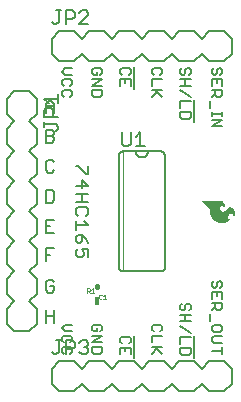
<source format=gbr>
G04 EAGLE Gerber RS-274X export*
G75*
%MOMM*%
%FSLAX34Y34*%
%LPD*%
%INSilkscreen Top*%
%IPPOS*%
%AMOC8*
5,1,8,0,0,1.08239X$1,22.5*%
G01*
%ADD10C,0.203200*%
%ADD11C,0.152400*%
%ADD12C,0.050800*%
%ADD13C,0.127000*%
%ADD14C,0.406400*%
%ADD15C,0.025400*%
%ADD16R,0.406400X0.711200*%

G36*
X183544Y142571D02*
X183544Y142571D01*
X183553Y142575D01*
X183565Y142573D01*
X184604Y142780D01*
X184612Y142785D01*
X184623Y142785D01*
X185620Y143143D01*
X185627Y143149D01*
X185638Y143150D01*
X186572Y143652D01*
X186579Y143661D01*
X186591Y143664D01*
X187728Y144571D01*
X187734Y144582D01*
X187747Y144589D01*
X188668Y145715D01*
X188680Y145758D01*
X188696Y145799D01*
X188694Y145804D01*
X188695Y145810D01*
X188674Y145848D01*
X188655Y145888D01*
X188649Y145891D01*
X188647Y145895D01*
X188618Y145903D01*
X188570Y145921D01*
X187690Y145921D01*
X187570Y145937D01*
X187467Y145981D01*
X187127Y146255D01*
X186879Y146616D01*
X186814Y146790D01*
X186756Y147329D01*
X186854Y147858D01*
X187103Y148346D01*
X187754Y149248D01*
X188108Y149660D01*
X188518Y150011D01*
X188976Y150294D01*
X189470Y150500D01*
X189770Y150559D01*
X190073Y150547D01*
X190592Y150390D01*
X191052Y150104D01*
X191422Y149709D01*
X191677Y149228D01*
X191816Y148738D01*
X191873Y148227D01*
X191873Y147624D01*
X191873Y147623D01*
X191882Y147602D01*
X191911Y147533D01*
X192003Y147498D01*
X192013Y147502D01*
X192088Y147536D01*
X192091Y147538D01*
X192092Y147539D01*
X192093Y147540D01*
X192113Y147561D01*
X192116Y147568D01*
X192124Y147572D01*
X192462Y148007D01*
X192466Y148022D01*
X192478Y148034D01*
X192699Y148538D01*
X192699Y148539D01*
X192851Y148895D01*
X192952Y149123D01*
X192953Y149134D01*
X192959Y149143D01*
X193179Y150021D01*
X193178Y150030D01*
X193182Y150040D01*
X193268Y150940D01*
X193264Y150950D01*
X193268Y150962D01*
X193202Y151830D01*
X193196Y151841D01*
X193197Y151854D01*
X192966Y152694D01*
X192958Y152704D01*
X192957Y152717D01*
X192569Y153497D01*
X192561Y153504D01*
X192558Y153515D01*
X191998Y154292D01*
X191991Y154296D01*
X191987Y154305D01*
X191329Y155001D01*
X191318Y155006D01*
X191310Y155017D01*
X190707Y155448D01*
X190692Y155451D01*
X190679Y155463D01*
X189987Y155730D01*
X189971Y155730D01*
X189956Y155738D01*
X189219Y155825D01*
X189204Y155820D01*
X189187Y155824D01*
X188452Y155725D01*
X188439Y155717D01*
X188422Y155717D01*
X187734Y155437D01*
X187725Y155428D01*
X187711Y155425D01*
X185953Y154238D01*
X185948Y154230D01*
X185937Y154226D01*
X184396Y152773D01*
X183961Y152403D01*
X183458Y152163D01*
X182910Y152061D01*
X182354Y152104D01*
X181829Y152290D01*
X181369Y152605D01*
X181004Y153030D01*
X180711Y153573D01*
X180513Y154159D01*
X180416Y154769D01*
X180451Y155480D01*
X180658Y156158D01*
X181023Y156764D01*
X181351Y157077D01*
X181755Y157283D01*
X182171Y157376D01*
X182599Y157376D01*
X183014Y157283D01*
X183152Y157211D01*
X183266Y157093D01*
X183865Y156269D01*
X183936Y156136D01*
X183964Y155998D01*
X183948Y155840D01*
X183962Y155797D01*
X183973Y155752D01*
X183977Y155750D01*
X183978Y155746D01*
X184019Y155726D01*
X184058Y155703D01*
X184062Y155704D01*
X184066Y155702D01*
X184109Y155717D01*
X184153Y155730D01*
X184155Y155733D01*
X184159Y155735D01*
X184178Y155772D01*
X184199Y155808D01*
X184275Y156291D01*
X184274Y156296D01*
X184276Y156301D01*
X184349Y157241D01*
X184346Y157250D01*
X184349Y157261D01*
X184276Y158201D01*
X184271Y158211D01*
X184272Y158223D01*
X184088Y158922D01*
X184080Y158932D01*
X184079Y158946D01*
X183758Y159594D01*
X183749Y159602D01*
X183745Y159616D01*
X183300Y160186D01*
X183289Y160192D01*
X183283Y160204D01*
X182733Y160674D01*
X182721Y160678D01*
X182712Y160689D01*
X181980Y161090D01*
X181967Y161091D01*
X181956Y161100D01*
X181157Y161340D01*
X181144Y161339D01*
X181131Y161345D01*
X180300Y161415D01*
X180294Y161413D01*
X180289Y161415D01*
X165125Y161415D01*
X165120Y161413D01*
X165116Y161415D01*
X165076Y161394D01*
X165034Y161377D01*
X165033Y161372D01*
X165028Y161370D01*
X165015Y161327D01*
X164999Y161285D01*
X165001Y161280D01*
X164999Y161276D01*
X165035Y161206D01*
X165040Y161196D01*
X165041Y161195D01*
X170523Y156323D01*
X171305Y155469D01*
X171894Y154479D01*
X172021Y154128D01*
X172086Y153760D01*
X172086Y151485D01*
X172088Y151480D01*
X172086Y151474D01*
X172210Y150110D01*
X172216Y150100D01*
X172214Y150088D01*
X172582Y148769D01*
X172590Y148761D01*
X172591Y148748D01*
X173191Y147518D01*
X173198Y147511D01*
X173201Y147500D01*
X174018Y146343D01*
X174026Y146338D01*
X174029Y146329D01*
X175001Y145298D01*
X175009Y145294D01*
X175014Y145286D01*
X176121Y144401D01*
X176131Y144399D01*
X176138Y144390D01*
X177819Y143443D01*
X177830Y143442D01*
X177840Y143434D01*
X179664Y142806D01*
X179675Y142807D01*
X179686Y142800D01*
X181593Y142512D01*
X181604Y142515D01*
X181616Y142511D01*
X183544Y142571D01*
G37*
D10*
X32766Y235966D02*
X32766Y243084D01*
X36325Y246643D01*
X39884Y243084D01*
X39884Y235966D01*
X39884Y241305D02*
X32766Y241305D01*
X32766Y221243D02*
X32766Y210566D01*
X32766Y221243D02*
X38105Y221243D01*
X39884Y219464D01*
X39884Y217684D01*
X38105Y215905D01*
X39884Y214125D01*
X39884Y212346D01*
X38105Y210566D01*
X32766Y210566D01*
X32766Y215905D02*
X38105Y215905D01*
X38105Y195843D02*
X39884Y194064D01*
X38105Y195843D02*
X34546Y195843D01*
X32766Y194064D01*
X32766Y186946D01*
X34546Y185166D01*
X38105Y185166D01*
X39884Y186946D01*
X32766Y170443D02*
X32766Y159766D01*
X38105Y159766D01*
X39884Y161546D01*
X39884Y168664D01*
X38105Y170443D01*
X32766Y170443D01*
X32766Y145043D02*
X39884Y145043D01*
X32766Y145043D02*
X32766Y134366D01*
X39884Y134366D01*
X36325Y139705D02*
X32766Y139705D01*
X32766Y120913D02*
X32766Y110236D01*
X32766Y120913D02*
X39884Y120913D01*
X36325Y115575D02*
X32766Y115575D01*
X38105Y94243D02*
X39884Y92464D01*
X38105Y94243D02*
X34546Y94243D01*
X32766Y92464D01*
X32766Y85346D01*
X34546Y83566D01*
X38105Y83566D01*
X39884Y85346D01*
X39884Y88905D01*
X36325Y88905D01*
X32766Y68843D02*
X32766Y58166D01*
X32766Y63505D02*
X39884Y63505D01*
X39884Y68843D02*
X39884Y58166D01*
D11*
X49363Y56388D02*
X55125Y56388D01*
X49363Y56388D02*
X46482Y53507D01*
X49363Y50626D01*
X55125Y50626D01*
X55125Y42711D02*
X53685Y41271D01*
X55125Y42711D02*
X55125Y45592D01*
X53685Y47033D01*
X47923Y47033D01*
X46482Y45592D01*
X46482Y42711D01*
X47923Y41271D01*
X55125Y33356D02*
X53685Y31915D01*
X55125Y33356D02*
X55125Y36237D01*
X53685Y37678D01*
X47923Y37678D01*
X46482Y36237D01*
X46482Y33356D01*
X47923Y31915D01*
X79085Y50626D02*
X80525Y52066D01*
X80525Y54947D01*
X79085Y56388D01*
X73323Y56388D01*
X71882Y54947D01*
X71882Y52066D01*
X73323Y50626D01*
X76204Y50626D01*
X76204Y53507D01*
X80525Y47033D02*
X71882Y47033D01*
X71882Y41271D02*
X80525Y47033D01*
X80525Y41271D02*
X71882Y41271D01*
X71882Y37678D02*
X80525Y37678D01*
X71882Y37678D02*
X71882Y33356D01*
X73323Y31915D01*
X79085Y31915D01*
X80525Y33356D01*
X80525Y37678D01*
X79085Y267796D02*
X80525Y269236D01*
X80525Y272117D01*
X79085Y273558D01*
X73323Y273558D01*
X71882Y272117D01*
X71882Y269236D01*
X73323Y267796D01*
X76204Y267796D01*
X76204Y270677D01*
X80525Y264203D02*
X71882Y264203D01*
X71882Y258441D02*
X80525Y264203D01*
X80525Y258441D02*
X71882Y258441D01*
X71882Y254848D02*
X80525Y254848D01*
X71882Y254848D02*
X71882Y250526D01*
X73323Y249085D01*
X79085Y249085D01*
X80525Y250526D01*
X80525Y254848D01*
X55125Y273558D02*
X49363Y273558D01*
X46482Y270677D01*
X49363Y267796D01*
X55125Y267796D01*
X55125Y259881D02*
X53685Y258441D01*
X55125Y259881D02*
X55125Y262762D01*
X53685Y264203D01*
X47923Y264203D01*
X46482Y262762D01*
X46482Y259881D01*
X47923Y258441D01*
X55125Y250526D02*
X53685Y249085D01*
X55125Y250526D02*
X55125Y253407D01*
X53685Y254848D01*
X47923Y254848D01*
X46482Y253407D01*
X46482Y250526D01*
X47923Y249085D01*
X107696Y255610D02*
X107696Y274320D01*
X104655Y269236D02*
X103215Y267796D01*
X104655Y269236D02*
X104655Y272117D01*
X103215Y273558D01*
X97453Y273558D01*
X96012Y272117D01*
X96012Y269236D01*
X97453Y267796D01*
X104655Y264203D02*
X104655Y258441D01*
X104655Y264203D02*
X96012Y264203D01*
X96012Y258441D01*
X100334Y261322D02*
X100334Y264203D01*
X129885Y267796D02*
X131325Y269236D01*
X131325Y272117D01*
X129885Y273558D01*
X124123Y273558D01*
X122682Y272117D01*
X122682Y269236D01*
X124123Y267796D01*
X122682Y264203D02*
X131325Y264203D01*
X122682Y264203D02*
X122682Y258441D01*
X122682Y254848D02*
X131325Y254848D01*
X125563Y254848D02*
X131325Y249085D01*
X127004Y253407D02*
X122682Y249085D01*
X158496Y246254D02*
X158496Y227544D01*
X154015Y267796D02*
X155455Y269236D01*
X155455Y272117D01*
X154015Y273558D01*
X152574Y273558D01*
X151134Y272117D01*
X151134Y269236D01*
X149693Y267796D01*
X148253Y267796D01*
X146812Y269236D01*
X146812Y272117D01*
X148253Y273558D01*
X146812Y264203D02*
X155455Y264203D01*
X151134Y264203D02*
X151134Y258441D01*
X155455Y258441D02*
X146812Y258441D01*
X146812Y254848D02*
X155455Y249085D01*
X155455Y245492D02*
X146812Y245492D01*
X146812Y239730D01*
X146812Y236137D02*
X155455Y236137D01*
X146812Y236137D02*
X146812Y231816D01*
X148253Y230375D01*
X154015Y230375D01*
X155455Y231816D01*
X155455Y236137D01*
X180685Y267796D02*
X182125Y269236D01*
X182125Y272117D01*
X180685Y273558D01*
X179244Y273558D01*
X177804Y272117D01*
X177804Y269236D01*
X176363Y267796D01*
X174923Y267796D01*
X173482Y269236D01*
X173482Y272117D01*
X174923Y273558D01*
X182125Y264203D02*
X182125Y258441D01*
X182125Y264203D02*
X173482Y264203D01*
X173482Y258441D01*
X177804Y261322D02*
X177804Y264203D01*
X182125Y254848D02*
X173482Y254848D01*
X182125Y254848D02*
X182125Y250526D01*
X180685Y249085D01*
X177804Y249085D01*
X176363Y250526D01*
X176363Y254848D01*
X176363Y251967D02*
X173482Y249085D01*
X172041Y245492D02*
X172041Y239730D01*
X173482Y236137D02*
X173482Y233256D01*
X173482Y234697D02*
X182125Y234697D01*
X182125Y236137D02*
X182125Y233256D01*
X182125Y229900D02*
X173482Y229900D01*
X173482Y224138D02*
X182125Y229900D01*
X182125Y224138D02*
X173482Y224138D01*
X182125Y88896D02*
X180685Y87456D01*
X182125Y88896D02*
X182125Y91777D01*
X180685Y93218D01*
X179244Y93218D01*
X177804Y91777D01*
X177804Y88896D01*
X176363Y87456D01*
X174923Y87456D01*
X173482Y88896D01*
X173482Y91777D01*
X174923Y93218D01*
X182125Y83863D02*
X182125Y78101D01*
X182125Y83863D02*
X173482Y83863D01*
X173482Y78101D01*
X177804Y80982D02*
X177804Y83863D01*
X182125Y74508D02*
X173482Y74508D01*
X182125Y74508D02*
X182125Y70186D01*
X180685Y68745D01*
X177804Y68745D01*
X176363Y70186D01*
X176363Y74508D01*
X176363Y71627D02*
X173482Y68745D01*
X172041Y65152D02*
X172041Y59390D01*
X182125Y54357D02*
X182125Y51476D01*
X182125Y54357D02*
X180685Y55797D01*
X174923Y55797D01*
X173482Y54357D01*
X173482Y51476D01*
X174923Y50035D01*
X180685Y50035D01*
X182125Y51476D01*
X182125Y46442D02*
X174923Y46442D01*
X173482Y45002D01*
X173482Y42120D01*
X174923Y40680D01*
X182125Y40680D01*
X182125Y34206D02*
X173482Y34206D01*
X182125Y37087D02*
X182125Y31325D01*
X158496Y28154D02*
X158496Y46864D01*
X154015Y68406D02*
X155455Y69846D01*
X155455Y72727D01*
X154015Y74168D01*
X152574Y74168D01*
X151134Y72727D01*
X151134Y69846D01*
X149693Y68406D01*
X148253Y68406D01*
X146812Y69846D01*
X146812Y72727D01*
X148253Y74168D01*
X146812Y64813D02*
X155455Y64813D01*
X151134Y64813D02*
X151134Y59051D01*
X155455Y59051D02*
X146812Y59051D01*
X146812Y55458D02*
X155455Y49695D01*
X155455Y46102D02*
X146812Y46102D01*
X146812Y40340D01*
X146812Y36747D02*
X155455Y36747D01*
X146812Y36747D02*
X146812Y32426D01*
X148253Y30985D01*
X154015Y30985D01*
X155455Y32426D01*
X155455Y36747D01*
X131325Y52066D02*
X129885Y50626D01*
X131325Y52066D02*
X131325Y54947D01*
X129885Y56388D01*
X124123Y56388D01*
X122682Y54947D01*
X122682Y52066D01*
X124123Y50626D01*
X122682Y47033D02*
X131325Y47033D01*
X122682Y47033D02*
X122682Y41271D01*
X122682Y37678D02*
X131325Y37678D01*
X125563Y37678D02*
X131325Y31915D01*
X127004Y36237D02*
X122682Y31915D01*
X107696Y28280D02*
X107696Y46990D01*
X104655Y41906D02*
X103215Y40466D01*
X104655Y41906D02*
X104655Y44787D01*
X103215Y46228D01*
X97453Y46228D01*
X96012Y44787D01*
X96012Y41906D01*
X97453Y40466D01*
X104655Y36873D02*
X104655Y31111D01*
X104655Y36873D02*
X96012Y36873D01*
X96012Y31111D01*
X100334Y33992D02*
X100334Y36873D01*
D10*
X68843Y183636D02*
X68843Y190754D01*
X68843Y183636D02*
X67064Y183636D01*
X59946Y190754D01*
X58166Y190754D01*
X58166Y173721D02*
X68843Y173721D01*
X63505Y179060D01*
X63505Y171942D01*
X68843Y167366D02*
X58166Y167366D01*
X63505Y167366D02*
X63505Y160248D01*
X68843Y160248D02*
X58166Y160248D01*
X68843Y150334D02*
X67064Y148554D01*
X68843Y150334D02*
X68843Y153893D01*
X67064Y155672D01*
X59946Y155672D01*
X58166Y153893D01*
X58166Y150334D01*
X59946Y148554D01*
X65284Y143978D02*
X68843Y140419D01*
X58166Y140419D01*
X58166Y143978D02*
X58166Y136860D01*
X67064Y128725D02*
X68843Y125166D01*
X67064Y128725D02*
X63505Y132284D01*
X59946Y132284D01*
X58166Y130505D01*
X58166Y126946D01*
X59946Y125166D01*
X61725Y125166D01*
X63505Y126946D01*
X63505Y132284D01*
X68843Y120590D02*
X68843Y113472D01*
X68843Y120590D02*
X63505Y120590D01*
X65284Y117031D01*
X65284Y115252D01*
X63505Y113472D01*
X59946Y113472D01*
X58166Y115252D01*
X58166Y118811D01*
X59946Y120590D01*
D11*
X133858Y105410D02*
X133858Y199390D01*
X94742Y105410D02*
X94744Y105288D01*
X94750Y105166D01*
X94760Y105044D01*
X94773Y104923D01*
X94791Y104802D01*
X94812Y104682D01*
X94838Y104562D01*
X94867Y104444D01*
X94899Y104326D01*
X94936Y104209D01*
X94976Y104094D01*
X95020Y103980D01*
X95068Y103868D01*
X95119Y103757D01*
X95174Y103648D01*
X95232Y103540D01*
X95294Y103435D01*
X95359Y103332D01*
X95427Y103230D01*
X95499Y103131D01*
X95573Y103035D01*
X95651Y102940D01*
X95732Y102849D01*
X95815Y102759D01*
X95901Y102673D01*
X95991Y102590D01*
X96082Y102509D01*
X96177Y102431D01*
X96273Y102357D01*
X96372Y102285D01*
X96474Y102217D01*
X96577Y102152D01*
X96682Y102090D01*
X96790Y102032D01*
X96899Y101977D01*
X97010Y101926D01*
X97122Y101878D01*
X97236Y101834D01*
X97351Y101794D01*
X97468Y101757D01*
X97586Y101725D01*
X97704Y101696D01*
X97824Y101670D01*
X97944Y101649D01*
X98065Y101631D01*
X98186Y101618D01*
X98308Y101608D01*
X98430Y101602D01*
X98552Y101600D01*
X133858Y199390D02*
X133856Y199512D01*
X133850Y199634D01*
X133840Y199756D01*
X133827Y199877D01*
X133809Y199998D01*
X133788Y200118D01*
X133762Y200238D01*
X133733Y200356D01*
X133701Y200474D01*
X133664Y200591D01*
X133624Y200706D01*
X133580Y200820D01*
X133532Y200932D01*
X133481Y201043D01*
X133426Y201152D01*
X133368Y201260D01*
X133306Y201365D01*
X133241Y201468D01*
X133173Y201570D01*
X133101Y201669D01*
X133027Y201765D01*
X132949Y201860D01*
X132868Y201951D01*
X132785Y202041D01*
X132699Y202127D01*
X132609Y202210D01*
X132518Y202291D01*
X132423Y202369D01*
X132327Y202443D01*
X132228Y202515D01*
X132126Y202583D01*
X132023Y202648D01*
X131918Y202710D01*
X131810Y202768D01*
X131701Y202823D01*
X131590Y202874D01*
X131478Y202922D01*
X131364Y202966D01*
X131249Y203006D01*
X131132Y203043D01*
X131014Y203075D01*
X130896Y203104D01*
X130776Y203130D01*
X130656Y203151D01*
X130535Y203169D01*
X130414Y203182D01*
X130292Y203192D01*
X130170Y203198D01*
X130048Y203200D01*
X133858Y105410D02*
X133856Y105288D01*
X133850Y105166D01*
X133840Y105044D01*
X133827Y104923D01*
X133809Y104802D01*
X133788Y104682D01*
X133762Y104562D01*
X133733Y104444D01*
X133701Y104326D01*
X133664Y104209D01*
X133624Y104094D01*
X133580Y103980D01*
X133532Y103868D01*
X133481Y103757D01*
X133426Y103648D01*
X133368Y103540D01*
X133306Y103435D01*
X133241Y103332D01*
X133173Y103230D01*
X133101Y103131D01*
X133027Y103035D01*
X132949Y102940D01*
X132868Y102849D01*
X132785Y102759D01*
X132699Y102673D01*
X132609Y102590D01*
X132518Y102509D01*
X132423Y102431D01*
X132327Y102357D01*
X132228Y102285D01*
X132126Y102217D01*
X132023Y102152D01*
X131918Y102090D01*
X131810Y102032D01*
X131701Y101977D01*
X131590Y101926D01*
X131478Y101878D01*
X131364Y101834D01*
X131249Y101794D01*
X131132Y101757D01*
X131014Y101725D01*
X130896Y101696D01*
X130776Y101670D01*
X130656Y101649D01*
X130535Y101631D01*
X130414Y101618D01*
X130292Y101608D01*
X130170Y101602D01*
X130048Y101600D01*
X94742Y199390D02*
X94744Y199512D01*
X94750Y199634D01*
X94760Y199756D01*
X94773Y199877D01*
X94791Y199998D01*
X94812Y200118D01*
X94838Y200238D01*
X94867Y200356D01*
X94899Y200474D01*
X94936Y200591D01*
X94976Y200706D01*
X95020Y200820D01*
X95068Y200932D01*
X95119Y201043D01*
X95174Y201152D01*
X95232Y201260D01*
X95294Y201365D01*
X95359Y201468D01*
X95427Y201570D01*
X95499Y201669D01*
X95573Y201765D01*
X95651Y201860D01*
X95732Y201951D01*
X95815Y202041D01*
X95901Y202127D01*
X95991Y202210D01*
X96082Y202291D01*
X96177Y202369D01*
X96273Y202443D01*
X96372Y202515D01*
X96474Y202583D01*
X96577Y202648D01*
X96682Y202710D01*
X96790Y202768D01*
X96899Y202823D01*
X97010Y202874D01*
X97122Y202922D01*
X97236Y202966D01*
X97351Y203006D01*
X97468Y203043D01*
X97586Y203075D01*
X97704Y203104D01*
X97824Y203130D01*
X97944Y203151D01*
X98065Y203169D01*
X98186Y203182D01*
X98308Y203192D01*
X98430Y203198D01*
X98552Y203200D01*
X94742Y199390D02*
X94742Y105410D01*
X98552Y101600D02*
X130048Y101600D01*
X130048Y203200D02*
X119380Y203200D01*
X109220Y203200D01*
X98552Y203200D01*
X109220Y203200D02*
X109222Y203059D01*
X109228Y202918D01*
X109238Y202777D01*
X109251Y202636D01*
X109269Y202496D01*
X109291Y202357D01*
X109316Y202218D01*
X109345Y202079D01*
X109378Y201942D01*
X109415Y201806D01*
X109456Y201671D01*
X109500Y201536D01*
X109548Y201404D01*
X109600Y201272D01*
X109655Y201142D01*
X109714Y201014D01*
X109777Y200887D01*
X109843Y200763D01*
X109912Y200640D01*
X109985Y200519D01*
X110061Y200400D01*
X110141Y200283D01*
X110224Y200169D01*
X110309Y200056D01*
X110398Y199947D01*
X110490Y199839D01*
X110585Y199735D01*
X110683Y199633D01*
X110784Y199534D01*
X110887Y199437D01*
X110993Y199344D01*
X111101Y199254D01*
X111212Y199166D01*
X111325Y199082D01*
X111441Y199001D01*
X111559Y198923D01*
X111679Y198848D01*
X111801Y198777D01*
X111925Y198709D01*
X112051Y198645D01*
X112178Y198584D01*
X112307Y198527D01*
X112438Y198474D01*
X112570Y198424D01*
X112703Y198377D01*
X112838Y198335D01*
X112974Y198296D01*
X113111Y198261D01*
X113248Y198230D01*
X113387Y198203D01*
X113526Y198179D01*
X113666Y198160D01*
X113806Y198144D01*
X113947Y198132D01*
X114088Y198124D01*
X114229Y198120D01*
X114371Y198120D01*
X114512Y198124D01*
X114653Y198132D01*
X114794Y198144D01*
X114934Y198160D01*
X115074Y198179D01*
X115213Y198203D01*
X115352Y198230D01*
X115489Y198261D01*
X115626Y198296D01*
X115762Y198335D01*
X115897Y198377D01*
X116030Y198424D01*
X116162Y198474D01*
X116293Y198527D01*
X116422Y198584D01*
X116549Y198645D01*
X116675Y198709D01*
X116799Y198777D01*
X116921Y198848D01*
X117041Y198923D01*
X117159Y199001D01*
X117275Y199082D01*
X117388Y199166D01*
X117499Y199254D01*
X117607Y199344D01*
X117713Y199437D01*
X117816Y199534D01*
X117917Y199633D01*
X118015Y199735D01*
X118110Y199839D01*
X118202Y199947D01*
X118291Y200056D01*
X118376Y200169D01*
X118459Y200283D01*
X118539Y200400D01*
X118615Y200519D01*
X118688Y200640D01*
X118757Y200763D01*
X118823Y200887D01*
X118886Y201014D01*
X118945Y201142D01*
X119000Y201272D01*
X119052Y201404D01*
X119100Y201536D01*
X119144Y201671D01*
X119185Y201806D01*
X119222Y201942D01*
X119255Y202079D01*
X119284Y202218D01*
X119309Y202357D01*
X119331Y202496D01*
X119349Y202636D01*
X119362Y202777D01*
X119372Y202918D01*
X119378Y203059D01*
X119380Y203200D01*
D12*
X98298Y203200D02*
X98298Y101600D01*
D13*
X97155Y209552D02*
X97155Y219085D01*
X97155Y209552D02*
X99062Y207645D01*
X102875Y207645D01*
X104782Y209552D01*
X104782Y219085D01*
X108849Y215272D02*
X112662Y219085D01*
X112662Y207645D01*
X108849Y207645D02*
X116475Y207645D01*
D10*
X25400Y95250D02*
X25400Y82550D01*
X19050Y76200D01*
X6350Y76200D02*
X0Y82550D01*
X25400Y120650D02*
X19050Y127000D01*
X25400Y120650D02*
X25400Y107950D01*
X19050Y101600D01*
X6350Y101600D02*
X0Y107950D01*
X0Y120650D01*
X6350Y127000D01*
X19050Y101600D02*
X25400Y95250D01*
X6350Y101600D02*
X0Y95250D01*
X0Y82550D01*
X25400Y158750D02*
X25400Y171450D01*
X25400Y158750D02*
X19050Y152400D01*
X6350Y152400D02*
X0Y158750D01*
X19050Y152400D02*
X25400Y146050D01*
X25400Y133350D01*
X19050Y127000D01*
X6350Y127000D02*
X0Y133350D01*
X0Y146050D01*
X6350Y152400D01*
X25400Y196850D02*
X19050Y203200D01*
X25400Y196850D02*
X25400Y184150D01*
X19050Y177800D01*
X6350Y177800D02*
X0Y184150D01*
X0Y196850D01*
X6350Y203200D01*
X19050Y177800D02*
X25400Y171450D01*
X6350Y177800D02*
X0Y171450D01*
X0Y158750D01*
X25400Y234950D02*
X25400Y247650D01*
X25400Y234950D02*
X19050Y228600D01*
X6350Y228600D02*
X0Y234950D01*
X19050Y228600D02*
X25400Y222250D01*
X25400Y209550D01*
X19050Y203200D01*
X6350Y203200D02*
X0Y209550D01*
X0Y222250D01*
X6350Y228600D01*
X6350Y254000D02*
X19050Y254000D01*
X25400Y247650D01*
X6350Y254000D02*
X0Y247650D01*
X0Y234950D01*
X25400Y69850D02*
X25400Y57150D01*
X19050Y50800D01*
X6350Y50800D01*
X0Y57150D01*
X19050Y76200D02*
X25400Y69850D01*
X6350Y76200D02*
X0Y69850D01*
X0Y57150D01*
D13*
X41146Y220315D02*
X43053Y222222D01*
X43053Y224128D01*
X41146Y226035D01*
X31613Y226035D01*
X31613Y224128D02*
X31613Y227942D01*
X31613Y232009D02*
X43053Y232009D01*
X31613Y232009D02*
X31613Y237729D01*
X33520Y239636D01*
X37333Y239636D01*
X39240Y237729D01*
X39240Y232009D01*
X35427Y243703D02*
X31613Y247516D01*
X43053Y247516D01*
X43053Y243703D02*
X43053Y251329D01*
D10*
X165100Y298450D02*
X171450Y304800D01*
X184150Y304800D01*
X190500Y298450D01*
X190500Y285750D02*
X184150Y279400D01*
X171450Y279400D01*
X165100Y285750D01*
X133350Y304800D02*
X120650Y304800D01*
X133350Y304800D02*
X139700Y298450D01*
X139700Y285750D02*
X133350Y279400D01*
X139700Y298450D02*
X146050Y304800D01*
X158750Y304800D01*
X165100Y298450D01*
X165100Y285750D02*
X158750Y279400D01*
X146050Y279400D01*
X139700Y285750D01*
X95250Y304800D02*
X88900Y298450D01*
X95250Y304800D02*
X107950Y304800D01*
X114300Y298450D01*
X114300Y285750D02*
X107950Y279400D01*
X95250Y279400D01*
X88900Y285750D01*
X114300Y298450D02*
X120650Y304800D01*
X114300Y285750D02*
X120650Y279400D01*
X133350Y279400D01*
X57150Y304800D02*
X44450Y304800D01*
X57150Y304800D02*
X63500Y298450D01*
X63500Y285750D02*
X57150Y279400D01*
X63500Y298450D02*
X69850Y304800D01*
X82550Y304800D01*
X88900Y298450D01*
X88900Y285750D02*
X82550Y279400D01*
X69850Y279400D01*
X63500Y285750D01*
X38100Y285750D02*
X38100Y298450D01*
X44450Y304800D01*
X38100Y285750D02*
X44450Y279400D01*
X57150Y279400D01*
X190500Y285750D02*
X190500Y298450D01*
D13*
X39880Y311023D02*
X37973Y312930D01*
X39880Y311023D02*
X41786Y311023D01*
X43693Y312930D01*
X43693Y322463D01*
X41786Y322463D02*
X45600Y322463D01*
X49667Y322463D02*
X49667Y311023D01*
X49667Y322463D02*
X55387Y322463D01*
X57293Y320556D01*
X57293Y316743D01*
X55387Y314836D01*
X49667Y314836D01*
X61361Y311023D02*
X68987Y311023D01*
X61361Y311023D02*
X68987Y318650D01*
X68987Y320556D01*
X67081Y322463D01*
X63268Y322463D01*
X61361Y320556D01*
D10*
X171450Y25400D02*
X165100Y19050D01*
X171450Y25400D02*
X184150Y25400D01*
X190500Y19050D01*
X190500Y6350D02*
X184150Y0D01*
X171450Y0D01*
X165100Y6350D01*
X133350Y25400D02*
X120650Y25400D01*
X133350Y25400D02*
X139700Y19050D01*
X139700Y6350D02*
X133350Y0D01*
X139700Y19050D02*
X146050Y25400D01*
X158750Y25400D01*
X165100Y19050D01*
X165100Y6350D02*
X158750Y0D01*
X146050Y0D01*
X139700Y6350D01*
X95250Y25400D02*
X88900Y19050D01*
X95250Y25400D02*
X107950Y25400D01*
X114300Y19050D01*
X114300Y6350D02*
X107950Y0D01*
X95250Y0D01*
X88900Y6350D01*
X114300Y19050D02*
X120650Y25400D01*
X114300Y6350D02*
X120650Y0D01*
X133350Y0D01*
X57150Y25400D02*
X44450Y25400D01*
X57150Y25400D02*
X63500Y19050D01*
X63500Y6350D02*
X57150Y0D01*
X63500Y19050D02*
X69850Y25400D01*
X82550Y25400D01*
X88900Y19050D01*
X88900Y6350D02*
X82550Y0D01*
X69850Y0D01*
X63500Y6350D01*
X38100Y6350D02*
X38100Y19050D01*
X44450Y25400D01*
X38100Y6350D02*
X44450Y0D01*
X57150Y0D01*
X190500Y6350D02*
X190500Y19050D01*
D13*
X39880Y31623D02*
X37973Y33530D01*
X39880Y31623D02*
X41786Y31623D01*
X43693Y33530D01*
X43693Y43063D01*
X41786Y43063D02*
X45600Y43063D01*
X49667Y43063D02*
X49667Y31623D01*
X49667Y43063D02*
X55387Y43063D01*
X57293Y41156D01*
X57293Y37343D01*
X55387Y35436D01*
X49667Y35436D01*
X61361Y41156D02*
X63268Y43063D01*
X67081Y43063D01*
X68987Y41156D01*
X68987Y39250D01*
X67081Y37343D01*
X65174Y37343D01*
X67081Y37343D02*
X68987Y35436D01*
X68987Y33530D01*
X67081Y31623D01*
X63268Y31623D01*
X61361Y33530D01*
D14*
X76200Y88595D02*
X76200Y89205D01*
D15*
X79639Y81791D02*
X80275Y81156D01*
X79639Y81791D02*
X78368Y81791D01*
X77733Y81156D01*
X77733Y78614D01*
X78368Y77978D01*
X79639Y77978D01*
X80275Y78614D01*
X81475Y80520D02*
X82746Y81791D01*
X82746Y77978D01*
X81475Y77978D02*
X84017Y77978D01*
D16*
X76200Y76200D03*
D15*
X67437Y83312D02*
X67437Y87125D01*
X69344Y87125D01*
X69979Y86490D01*
X69979Y85219D01*
X69344Y84583D01*
X67437Y84583D01*
X68708Y84583D02*
X69979Y83312D01*
X71179Y85854D02*
X72450Y87125D01*
X72450Y83312D01*
X71179Y83312D02*
X73721Y83312D01*
M02*

</source>
